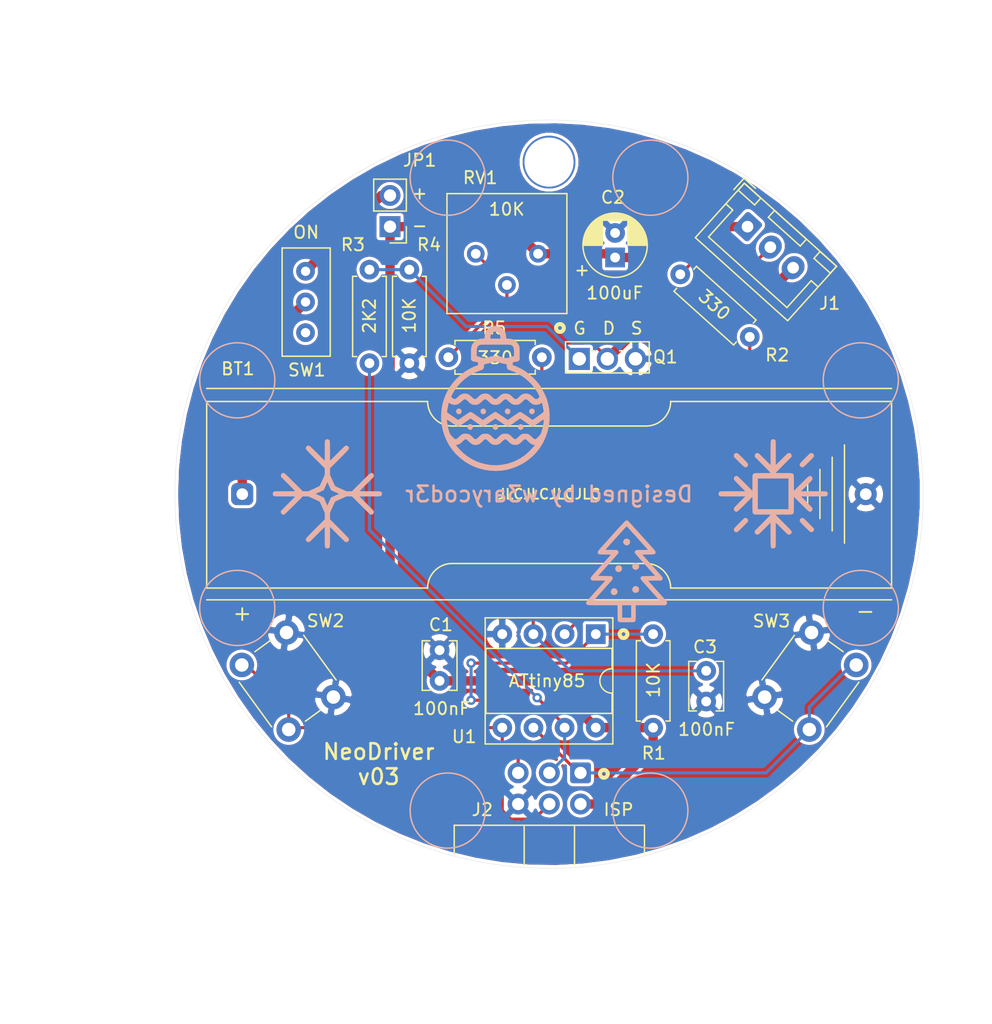
<source format=kicad_pcb>
(kicad_pcb (version 20171130) (host pcbnew "(5.1.10)-1")
  (title_block (title "Neo Driver") (date 2021-03-20) (rev v03) (comment 2 creativecommons.org/licenses/by/4.0) (comment 3 "License: CC BY 4.0") (comment 4 "Author: Garrett Carter"))
  (layers (0 F.Cu signal) (31 B.Cu signal) (34 B.Paste user hide) (35 F.Paste user hide) (36 B.SilkS user) (37 F.SilkS user) (38 B.Mask user hide) (39 F.Mask user hide) (44 Edge.Cuts user))
  (net 0 "")
  (net 1 GND)
  (net 2 "Net-(BT1-Pad1)")
  (net 3 VCC)
  (net 4 "Net-(J1-Pad2)")
  (net 5 /MISO)
  (net 6 /SCK)
  (net 7 /MOSI)
  (net 8 /~RST)
  (net 9 "Net-(JP1-Pad2)")
  (net 10 "Net-(R2-Pad2)")
  (net 11 "Net-(SW1-Pad1)")
  (net 12 "Net-(Q1-Pad1)")
  (net 13 "Net-(C3-Pad2)")
  (net 14 /SW_GND)
  (net 15 "Net-(R5-Pad1)")
  (module Neo_Driver:LiFePO4wered_USB_Slim (layer F.Cu) (at 106.4514 93.345 180)
    (fp_text reference BT1 (at 0.3556 10.2108) (layer F.SilkS))
    (fp_text value 3.3V)
    (fp_text user - (at -50.7746 -9.4996) (layer F.SilkS) (effects (font (size 1.27 1.27))))
    (fp_text user + (at 0 -9.6774) (layer F.SilkS) (effects (font (size 1.27 1.27))))
    (pad 1 thru_hole roundrect (at 0 0 180) (size 1.8 1.8) (drill 0.95) (layers *.Cu *.Mask) (net 2 "Net-(BT1-Pad1)"))
    (pad 2 thru_hole circle (at -50.8 0 180) (size 1.8 1.8) (drill 0.95) (layers *.Cu *.Mask) (net 1 GND))
  )
  (module Neo_Driver:ornament_1 (layer B.Cu) (at 127.07366 85.5472 180)
    (fp_text reference G*** hide)
    (fp_text value LOGO hide)
  )
  (module Neo_Driver:xmas_tree_1 (layer B.Cu) (at 137.7696 99.6696 180)
    (fp_text reference G*** hide)
    (fp_text value LOGO hide)
  )
  (module Neo_Driver:snowflake_6 (layer B.Cu) (at 149.7076 93.3196)
    (fp_text reference G*** hide)
    (fp_text value LOGO hide)
  )
  (module Neo_Driver:snowflake_8 (layer B.Cu) (at 113.3856 93.3196)
    (fp_text reference G*** hide)
    (fp_text value LOGO hide)
  )
  (module Connector_IDC:IDC-Header_2x03_P2.54mm_Horizontal (layer F.Cu) (at 134.0104 116.0526 270)
    (fp_text reference J2 (at 2.9972 8.001 180) (layer F.SilkS))
    (fp_text value ISP (at 2.9972 -3.0988 180) (layer F.SilkS))
    (pad 6 thru_hole circle (at 2.54 5.08 270) (size 1.7 1.7) (drill 1) (layers *.Cu *.Mask) (net 1 GND))
    (pad 4 thru_hole circle (at 2.54 2.54 270) (size 1.7 1.7) (drill 1) (layers *.Cu *.Mask) (net 7 /MOSI))
    (pad 2 thru_hole circle (at 2.54 0 270) (size 1.7 1.7) (drill 1) (layers *.Cu *.Mask) (net 3 VCC))
    (pad 5 thru_hole circle (at 0 5.08 270) (size 1.7 1.7) (drill 1) (layers *.Cu *.Mask) (net 8 /~RST))
    (pad 3 thru_hole circle (at 0 2.54 270) (size 1.7 1.7) (drill 1) (layers *.Cu *.Mask) (net 6 /SCK))
    (pad 1 thru_hole roundrect (at 0 0 270) (size 1.7 1.7) (drill 1) (layers *.Cu *.Mask) (roundrect_rratio 0.1470588235294118) (net 5 /MISO))
  )
  (module Capacitor_THT:CP_Radial_D5.0mm_P2.00mm (layer F.Cu) (at 136.8298 74.0664 90)
    (fp_text reference C2 (at 4.9022 -0.1778) (layer F.SilkS))
    (fp_text value 100uF (at -2.8956 -0.0254) (layer F.SilkS))
    (pad 2 thru_hole circle (at 2 0 90) (size 1.6 1.6) (drill 0.8) (layers *.Cu *.Mask) (net 1 GND))
    (pad 1 thru_hole rect (at 0 0 90) (size 1.6 1.6) (drill 0.8) (layers *.Cu *.Mask) (net 3 VCC))
  )
  (module Neo_Driver:Rub_Foot_Small (layer B.Cu) (at 139.7 119.126)
    (fp_text reference REF**)
    (fp_text value Rub_Foot_Small)
  )
  (module Neo_Driver:Rub_Foot_Small (layer B.Cu) (at 123.19 119.126)
    (fp_text reference REF**)
    (fp_text value Rub_Foot_Small)
  )
  (module Neo_Driver:Rub_Foot_Small (layer B.Cu) (at 139.7 67.564)
    (fp_text reference REF**)
    (fp_text value Rub_Foot_Small)
  )
  (module Neo_Driver:Rub_Foot_Small (layer B.Cu) (at 123.19 67.564)
    (fp_text reference REF**)
    (fp_text value Rub_Foot_Small)
  )
  (module Neo_Driver:Rub_Foot_Small (layer B.Cu) (at 156.845 84.074)
    (fp_text reference REF**)
    (fp_text value Rub_Foot_Small)
  )
  (module Neo_Driver:Rub_Foot_Small (layer B.Cu) (at 106.045 84.074)
    (fp_text reference REF**)
    (fp_text value Rub_Foot_Small)
  )
  (module Neo_Driver:Rub_Foot_Small (layer B.Cu) (at 156.845 102.616)
    (fp_text reference REF**)
    (fp_text value Rub_Foot_Small)
  )
  (module Neo_Driver:Rub_Foot_Small (layer B.Cu) (at 106.045 102.616)
    (fp_text reference REF**)
    (fp_text value Rub_Foot_Small)
  )
  (module Resistor_THT:R_Axial_DIN0207_L6.3mm_D2.5mm_P7.62mm_Horizontal (layer F.Cu) (at 120.0658 82.677 90)
    (fp_text reference R4 (at 9.652 1.6002 180) (layer F.SilkS))
    (fp_text value 10K (at 3.8862 0 90) (layer F.SilkS))
    (pad 2 thru_hole oval (at 7.62 0 90) (size 1.6 1.6) (drill 0.8) (layers *.Cu *.Mask) (net 12 "Net-(Q1-Pad1)"))
    (pad 1 thru_hole circle (at 0 0 90) (size 1.6 1.6) (drill 0.8) (layers *.Cu *.Mask) (net 1 GND))
  )
  (module Resistor_THT:R_Axial_DIN0207_L6.3mm_D2.5mm_P7.62mm_Horizontal (layer F.Cu) (at 116.8146 75.057 270)
    (fp_text reference R3 (at -2.032 1.3462 180) (layer F.SilkS))
    (fp_text value 2K2 (at 3.7592 0 90) (layer F.SilkS))
    (pad 1 thru_hole circle (at 0 0 270) (size 1.6 1.6) (drill 0.8) (layers *.Cu *.Mask) (net 12 "Net-(Q1-Pad1)"))
    (pad 2 thru_hole oval (at 7.62 0 270) (size 1.6 1.6) (drill 0.8) (layers *.Cu *.Mask) (net 6 /SCK))
  )
  (module Package_TO_SOT_THT:TO-251-3_Vertical (layer F.Cu) (at 133.9088 82.3214)
    (fp_text reference Q1 (at 7.0104 -0.1524) (layer F.SilkS))
    (fp_text value IRLU8743PBF)
    (pad 3 thru_hole oval (at 4.58 0) (size 1.7175 1.8) (drill 1.1) (layers *.Cu *.Mask) (net 1 GND))
    (pad 2 thru_hole oval (at 2.29 0) (size 1.7175 1.8) (drill 1.1) (layers *.Cu *.Mask) (net 14 /SW_GND))
    (pad 1 thru_hole rect (at 0 0) (size 1.7175 1.8) (drill 1.1) (layers *.Cu *.Mask) (net 12 "Net-(Q1-Pad1)"))
  )
  (module Neo_Driver:Hang_Hole_Large (layer F.Cu) (at 131.445 66.294)
    (fp_text reference REF** hide)
    (fp_text value Hang_Hole_Large)
    (pad 1 thru_hole circle (at 0 0) (size 4.3 4.3) (drill 4) (layers *.Cu *.Mask))
  )
  (module Capacitor_THT:C_Disc_D3.8mm_W2.6mm_P2.50mm (layer F.Cu) (at 122.5296 108.5596 90)
    (fp_text reference C1 (at 4.572 0.1016) (layer F.SilkS))
    (fp_text value 100nF (at -2.2606 0.1524) (layer F.SilkS))
    (pad 2 thru_hole circle (at 2.5 0 90) (size 1.6 1.6) (drill 0.8) (layers *.Cu *.Mask) (net 1 GND))
    (pad 1 thru_hole circle (at 0 0 90) (size 1.6 1.6) (drill 0.8) (layers *.Cu *.Mask) (net 3 VCC))
  )
  (module Connector_JST:JST_XH_B3B-XH-A_1x03_P2.50mm_Vertical (layer F.Cu) (at 147.61718 71.5518 318)
    (fp_text reference J1 (at 9.151015 0.168441) (layer F.SilkS))
    (fp_text value "TO RING")
    (pad 3 thru_hole oval (at 5 0 318) (size 1.7 1.95) (drill 0.95) (layers *.Cu *.Mask) (net 14 /SW_GND))
    (pad 2 thru_hole oval (at 2.5 0 318) (size 1.7 1.95) (drill 0.95) (layers *.Cu *.Mask) (net 4 "Net-(J1-Pad2)"))
    (pad 1 thru_hole roundrect (at 0 0 318) (size 1.7 1.95) (drill 0.95) (layers *.Cu *.Mask) (roundrect_rratio 0.1470588235294118) (net 3 VCC))
  )
  (module Connector_PinHeader_2.54mm:PinHeader_1x02_P2.54mm_Vertical (layer F.Cu) (at 118.491 71.5518 180)
    (fp_text reference JP1 (at -2.413 5.4102) (layer F.SilkS))
    (fp_text value "CURR MEAS")
    (pad 2 thru_hole oval (at 0 2.54 180) (size 1.7 1.7) (drill 1) (layers *.Cu *.Mask) (net 9 "Net-(JP1-Pad2)"))
    (pad 1 thru_hole rect (at 0 0 180) (size 1.7 1.7) (drill 1) (layers *.Cu *.Mask) (net 3 VCC))
  )
  (module Resistor_THT:R_Axial_DIN0207_L6.3mm_D2.5mm_P7.62mm_Horizontal (layer F.Cu) (at 139.9286 112.3696 90)
    (fp_text reference R1 (at -2.0828 0.0508 180) (layer F.SilkS))
    (fp_text value 10K (at 3.8862 0.0254 90) (layer F.SilkS))
    (pad 2 thru_hole oval (at 7.62 0 90) (size 1.6 1.6) (drill 0.8) (layers *.Cu *.Mask) (net 8 /~RST))
    (pad 1 thru_hole circle (at 0 0 90) (size 1.6 1.6) (drill 0.8) (layers *.Cu *.Mask) (net 3 VCC))
  )
  (module Resistor_THT:R_Axial_DIN0207_L6.3mm_D2.5mm_P7.62mm_Horizontal (layer F.Cu) (at 142.1384 75.438 318)
    (fp_text reference R2 (at 10.272341 -0.396878) (layer F.SilkS))
    (fp_text value 330 (at 3.7338 0 138) (layer F.SilkS))
    (pad 2 thru_hole oval (at 7.62 0 318) (size 1.6 1.6) (drill 0.8) (layers *.Cu *.Mask) (net 10 "Net-(R2-Pad2)"))
    (pad 1 thru_hole circle (at 0 0 318) (size 1.6 1.6) (drill 0.8) (layers *.Cu *.Mask) (net 4 "Net-(J1-Pad2)"))
  )
  (module Potentiometer_THT:Potentiometer_Bourns_3386P_Vertical (layer F.Cu) (at 125.476 73.7616 270)
    (fp_text reference RV1 (at -6.19506 -0.36068 180) (layer F.SilkS))
    (fp_text value 10K (at -3.62458 -2.52984 180) (layer F.SilkS))
    (pad 1 thru_hole circle (at 0 0 270) (size 1.44 1.44) (drill 0.8) (layers *.Cu *.Mask) (net 14 /SW_GND))
    (pad 2 thru_hole circle (at 2.54 -2.54 270) (size 1.44 1.44) (drill 0.8) (layers *.Cu *.Mask) (net 15 "Net-(R5-Pad1)"))
    (pad 3 thru_hole circle (at 0 -5.08 270) (size 1.44 1.44) (drill 0.8) (layers *.Cu *.Mask) (net 3 VCC))
  )
  (module Neo_Driver:SW_Slide_SPDT_8.6x3.7mm_P2.50mm (layer F.Cu) (at 111.6584 77.6986 90)
    (fp_text reference SW1 (at -5.5372 0.0508 180) (layer F.SilkS))
    (fp_text value SPDT)
    (pad 3 thru_hole circle (at 2.51016 -0.0508 90) (size 1.524 1.524) (drill 0.762) (layers *.Cu *.Mask) (net 9 "Net-(JP1-Pad2)"))
    (pad 2 thru_hole circle (at 0.01016 -0.0508 90) (size 1.524 1.524) (drill 0.762) (layers *.Cu *.Mask) (net 2 "Net-(BT1-Pad1)"))
    (pad 1 thru_hole circle (at -2.48984 -0.0508 90) (size 1.524 1.524) (drill 0.762) (layers *.Cu *.Mask) (net 11 "Net-(SW1-Pad1)"))
  )
  (module Button_Switch_THT:SW_PUSH_6mm_H5mm (layer F.Cu) (at 110.236 112.522 126)
    (fp_text reference SW2 (at 5.396642 7.631912) (layer F.SilkS))
    (fp_text value LEFT)
    (pad 2 thru_hole circle (at 0 4.5 216) (size 2 2) (drill 1.1) (layers *.Cu *.Mask) (net 1 GND))
    (pad 1 thru_hole circle (at 0 0 216) (size 2 2) (drill 1.1) (layers *.Cu *.Mask) (net 7 /MOSI))
    (pad 2 thru_hole circle (at 6.5 4.5 216) (size 2 2) (drill 1.1) (layers *.Cu *.Mask) (net 1 GND))
    (pad 1 thru_hole circle (at 6.5 0 216) (size 2 2) (drill 1.1) (layers *.Cu *.Mask) (net 7 /MOSI))
  )
  (module Button_Switch_THT:SW_PUSH_6mm_H5mm (layer F.Cu) (at 156.47416 107.2642 234)
    (fp_text reference SW3 (at 1.166094 7.68939) (layer F.SilkS))
    (fp_text value RIGHT)
    (pad 1 thru_hole circle (at 6.5 0 324) (size 2 2) (drill 1.1) (layers *.Cu *.Mask) (net 5 /MISO))
    (pad 2 thru_hole circle (at 6.5 4.5 324) (size 2 2) (drill 1.1) (layers *.Cu *.Mask) (net 1 GND))
    (pad 1 thru_hole circle (at 0 0 324) (size 2 2) (drill 1.1) (layers *.Cu *.Mask) (net 5 /MISO))
    (pad 2 thru_hole circle (at 0 4.5 324) (size 2 2) (drill 1.1) (layers *.Cu *.Mask) (net 1 GND))
  )
  (module Package_DIP:DIP-8_W7.62mm_Socket (layer F.Cu) (at 135.255 104.7496 270)
    (fp_text reference U1 (at 8.3566 10.7188) (layer F.SilkS))
    (fp_text value ATtiny85 (at 3.81 3.9624) (layer F.SilkS))
    (pad 8 thru_hole oval (at 7.62 0 270) (size 1.6 1.6) (drill 0.8) (layers *.Cu *.Mask) (net 3 VCC))
    (pad 4 thru_hole oval (at 0 7.62 270) (size 1.6 1.6) (drill 0.8) (layers *.Cu *.Mask) (net 1 GND))
    (pad 7 thru_hole oval (at 7.62 2.54 270) (size 1.6 1.6) (drill 0.8) (layers *.Cu *.Mask) (net 6 /SCK))
    (pad 3 thru_hole oval (at 0 5.08 270) (size 1.6 1.6) (drill 0.8) (layers *.Cu *.Mask) (net 13 "Net-(C3-Pad2)"))
    (pad 6 thru_hole oval (at 7.62 5.08 270) (size 1.6 1.6) (drill 0.8) (layers *.Cu *.Mask) (net 5 /MISO))
    (pad 2 thru_hole oval (at 0 2.54 270) (size 1.6 1.6) (drill 0.8) (layers *.Cu *.Mask) (net 10 "Net-(R2-Pad2)"))
    (pad 5 thru_hole oval (at 7.62 7.62 270) (size 1.6 1.6) (drill 0.8) (layers *.Cu *.Mask) (net 7 /MOSI))
    (pad 1 thru_hole rect (at 0 0 270) (size 1.6 1.6) (drill 0.8) (layers *.Cu *.Mask) (net 8 /~RST))
  )
  (module Capacitor_THT:C_Disc_D3.8mm_W2.6mm_P2.50mm (layer F.Cu) (at 144.25168 110.23854 90)
    (fp_text reference C3 (at 4.44754 -0.09652 180) (layer F.SilkS))
    (fp_text value 100nF (at -2.2733 0.03302 180) (layer F.SilkS))
    (pad 1 thru_hole circle (at 0 0 90) (size 1.6 1.6) (drill 0.8) (layers *.Cu *.Mask) (net 1 GND))
    (pad 2 thru_hole circle (at 2.5 0 90) (size 1.6 1.6) (drill 0.8) (layers *.Cu *.Mask) (net 13 "Net-(C3-Pad2)"))
  )
  (module Resistor_THT:R_Axial_DIN0207_L6.3mm_D2.5mm_P7.62mm_Horizontal (layer F.Cu) (at 123.2408 82.1944)
    (fp_text reference R5 (at 3.7465 -2.3876) (layer F.SilkS))
    (fp_text value 330 (at 3.8227 0.0381) (layer F.SilkS))
    (pad 2 thru_hole oval (at 7.62 0) (size 1.6 1.6) (drill 0.8) (layers *.Cu *.Mask) (net 13 "Net-(C3-Pad2)"))
    (pad 1 thru_hole circle (at 0 0) (size 1.6 1.6) (drill 0.8) (layers *.Cu *.Mask) (net 15 "Net-(R5-Pad1)"))
  )
  (gr_circle (center 135.9154 116.1288) (end 136.0678 116.1288) (layer F.SilkS) (width 0.3302))
  (gr_text + (at 134.1374 75.057) (layer F.SilkS) (effects (font (size 1 1))))
  (gr_circle (center 132.334 79.8068) (end 132.4864 79.8068) (layer F.SilkS) (width 0.3302))
  (gr_text S (at 138.5824 79.8322) (layer F.SilkS) (effects (font (size 1 1))))
  (gr_text D (at 136.3218 79.8322) (layer F.SilkS) (effects (font (size 1 1))))
  (gr_text G (at 133.9342 79.8322) (layer F.SilkS) (effects (font (size 1 1))))
  (gr_circle (center 137.5156 104.7496) (end 137.668 104.7496) (layer F.SilkS) (width 0.3302))
  (gr_circle (center 131.445 93.345) (end 161.925 93.345) (layer Edge.Cuts) (width 0.0254))
  (gr_text JLCJLCJLCJLC (at 131.445 93.345) (layer F.SilkS) (effects (font (size 0.8128 0.8128))))
  (gr_text "Designed by w3arycod3r" (at 131.445 93.345) (layer B.SilkS) (effects (font (size 1.27 1.27) (thickness 0.21082)) (justify mirror)))
  (gr_text "NeoDriver\nv03" (at 117.56898 115.3541) (layer F.SilkS) (effects (font (size 1.27 1.27) (thickness 0.21082))))
  (gr_text ON (at 111.6584 72.009) (layer F.SilkS) (effects (font (size 1 1))))
  (gr_text - (at 120.904 71.4502) (layer F.SilkS) (effects (font (size 1 1))))
  (gr_text + (at 120.904 68.8086) (layer F.SilkS) (effects (font (size 1 1))))
  (segment (start 111.6076 77.6986) (end 111.6076 77.68844) (width 0.762) (layer F.Cu) (net 2))
  (segment (start 106.4514 82.8548) (end 111.6076 77.6986) (width 0.762) (layer F.Cu) (net 2))
  (segment (start 106.4514 93.345) (end 106.4514 82.8548) (width 0.762) (layer F.Cu) (net 2))
  (segment (start 122.462002 108.5596) (end 122.5296 108.5596) (width 0.762) (layer F.Cu) (net 3))
  (segment (start 131.445 108.5596) (end 135.255 112.3696) (width 0.762) (layer F.Cu) (net 3))
  (segment (start 122.5296 108.5596) (end 131.445 108.5596) (width 0.762) (layer F.Cu) (net 3))
  (segment (start 135.255 112.3696) (end 139.9286 112.3696) (width 0.762) (layer F.Cu) (net 3))
  (segment (start 136.4742 74.422) (end 136.8298 74.0664) (width 0.762) (layer F.Cu) (net 3))
  (segment (start 135.255 112.3696) (end 135.509 112.6236) (width 0.762) (layer F.Cu) (net 3))
  (segment (start 135.3312 118.5926) (end 134.0104 118.5926) (width 0.762) (layer F.Cu) (net 3))
  (segment (start 139.9286 113.9952) (end 135.3312 118.5926) (width 0.762) (layer F.Cu) (net 3))
  (segment (start 139.9286 112.3696) (end 139.9286 113.9952) (width 0.762) (layer F.Cu) (net 3))
  (segment (start 136.525 73.7616) (end 136.8298 74.0664) (width 0.762) (layer F.Cu) (net 3))
  (segment (start 130.556 73.7616) (end 136.525 73.7616) (width 0.762) (layer F.Cu) (net 3))
  (segment (start 118.491 104.521) (end 122.5296 108.5596) (width 0.762) (layer F.Cu) (net 3))
  (segment (start 140.9064 71.5518) (end 147.61718 71.5518) (width 0.762) (layer F.Cu) (net 3))
  (segment (start 138.3918 74.0664) (end 140.9064 71.5518) (width 0.762) (layer F.Cu) (net 3))
  (segment (start 136.8298 74.0664) (end 138.3918 74.0664) (width 0.762) (layer F.Cu) (net 3))
  (segment (start 128.3462 71.5518) (end 130.556 73.7616) (width 0.762) (layer F.Cu) (net 3))
  (segment (start 118.491 71.5518) (end 118.491 104.521) (width 0.762) (layer F.Cu) (net 3))
  (segment (start 118.491 71.5518) (end 128.3462 71.5518) (width 0.762) (layer F.Cu) (net 3))
  (segment (start 143.1798 74.3966) (end 142.1384 75.438) (width 0.254) (layer F.Cu) (net 4))
  (segment (start 148.303069 74.3966) (end 143.1798 74.3966) (width 0.254) (layer F.Cu) (net 4))
  (segment (start 149.475042 73.224627) (end 148.303069 74.3966) (width 0.254) (layer F.Cu) (net 4))
  (segment (start 133.858 116.0526) (end 134.0104 116.0526) (width 0.254) (layer F.Cu) (net 5))
  (segment (start 130.175 112.3696) (end 133.858 116.0526) (width 0.254) (layer F.Cu) (net 5))
  (segment (start 149.123766 116.0526) (end 152.653556 112.52281) (width 0.254) (layer B.Cu) (net 5))
  (segment (start 134.0104 116.0526) (end 149.123766 116.0526) (width 0.254) (layer B.Cu) (net 5))
  (segment (start 156.08808 107.2642) (end 156.47416 107.2642) (width 0.254) (layer B.Cu) (net 5))
  (segment (start 152.653556 110.698724) (end 156.08808 107.2642) (width 0.254) (layer B.Cu) (net 5))
  (segment (start 152.653556 112.52281) (end 152.653556 110.698724) (width 0.254) (layer B.Cu) (net 5))
  (segment (start 132.726801 112.381401) (end 132.715 112.3696) (width 0.254) (layer F.Cu) (net 6))
  (segment (start 116.8146 96.266) (end 130.4798 109.9312) (width 0.254) (layer B.Cu) (net 6))
  (via (at 130.4798 109.9312) (size 0.762) (drill 0.381) (layers F.Cu B.Cu) (net 6))
  (segment (start 116.8146 82.677) (end 116.8146 96.266) (width 0.254) (layer B.Cu) (net 6))
  (segment (start 132.715 112.1664) (end 132.715 112.3696) (width 0.254) (layer F.Cu) (net 6))
  (segment (start 130.4798 109.9312) (end 132.715 112.1664) (width 0.254) (layer F.Cu) (net 6))
  (segment (start 132.715 114.808) (end 131.4704 116.0526) (width 0.254) (layer B.Cu) (net 6))
  (segment (start 132.715 112.3696) (end 132.715 114.808) (width 0.254) (layer B.Cu) (net 6))
  (segment (start 127.6096 112.3442) (end 127.635 112.3696) (width 0.254) (layer B.Cu) (net 7))
  (segment (start 130.239399 119.823601) (end 131.4704 118.5926) (width 0.254) (layer F.Cu) (net 7))
  (segment (start 128.339519 119.823601) (end 130.239399 119.823601) (width 0.254) (layer F.Cu) (net 7))
  (segment (start 127.635 119.119082) (end 128.339519 119.823601) (width 0.254) (layer F.Cu) (net 7))
  (segment (start 127.635 112.3696) (end 127.635 119.119082) (width 0.254) (layer F.Cu) (net 7))
  (segment (start 110.3884 112.3696) (end 110.236 112.522) (width 0.254) (layer F.Cu) (net 7))
  (segment (start 127.635 112.3696) (end 110.3884 112.3696) (width 0.254) (layer F.Cu) (net 7))
  (segment (start 106.79349 107.26339) (end 106.415396 107.26339) (width 0.254) (layer F.Cu) (net 7))
  (segment (start 110.236 110.7059) (end 106.79349 107.26339) (width 0.254) (layer F.Cu) (net 7))
  (segment (start 110.236 112.522) (end 110.236 110.7059) (width 0.254) (layer F.Cu) (net 7))
  (segment (start 135.255 104.7496) (end 139.9286 104.7496) (width 0.254) (layer B.Cu) (net 8))
  (segment (start 128.816001 115.938201) (end 128.9304 116.0526) (width 0.254) (layer B.Cu) (net 8))
  (via (at 125.095 110.134402) (size 0.762) (drill 0.381) (layers F.Cu B.Cu) (net 8))
  (segment (start 128.9304 116.0526) (end 128.9304 111.917118) (width 0.254) (layer F.Cu) (net 8))
  (segment (start 128.9304 111.917118) (end 127.147684 110.134402) (width 0.254) (layer F.Cu) (net 8))
  (segment (start 127.147684 110.134402) (end 125.095 110.134402) (width 0.254) (layer F.Cu) (net 8))
  (via (at 125.095002 107.1118) (size 0.762) (drill 0.381) (layers F.Cu B.Cu) (net 8))
  (segment (start 125.095 110.134402) (end 125.095 107.111802) (width 0.254) (layer B.Cu) (net 8))
  (segment (start 125.095 107.111802) (end 125.095002 107.1118) (width 0.254) (layer B.Cu) (net 8))
  (segment (start 135.255 104.7496) (end 132.8928 107.1118) (width 0.254) (layer F.Cu) (net 8))
  (segment (start 132.8928 107.1118) (end 125.095002 107.1118) (width 0.254) (layer F.Cu) (net 8))
  (segment (start 117.78424 69.0118) (end 118.491 69.0118) (width 0.762) (layer F.Cu) (net 9))
  (segment (start 111.6076 75.18844) (end 117.78424 69.0118) (width 0.762) (layer F.Cu) (net 9))
  (segment (start 147.801164 89.663436) (end 132.715 104.7496) (width 0.254) (layer F.Cu) (net 10))
  (segment (start 147.801164 80.536775) (end 147.801164 89.663436) (width 0.254) (layer F.Cu) (net 10))
  (segment (start 116.8146 75.057) (end 120.0658 75.057) (width 0.254) (layer B.Cu) (net 12))
  (segment (start 131.27482 79.68742) (end 133.9088 82.3214) (width 0.254) (layer B.Cu) (net 12))
  (segment (start 124.69622 79.68742) (end 131.27482 79.68742) (width 0.254) (layer B.Cu) (net 12))
  (segment (start 120.0658 75.057) (end 124.69622 79.68742) (width 0.254) (layer B.Cu) (net 12))
  (segment (start 130.15468 104.72928) (end 130.175 104.7496) (width 0.254) (layer F.Cu) (net 13))
  (segment (start 130.15468 94.28988) (end 130.15468 104.72928) (width 0.254) (layer F.Cu) (net 13))
  (segment (start 130.8608 93.58376) (end 130.15468 94.28988) (width 0.254) (layer F.Cu) (net 13))
  (segment (start 130.8608 82.1944) (end 130.8608 93.58376) (width 0.254) (layer F.Cu) (net 13))
  (segment (start 133.16394 107.73854) (end 130.175 104.7496) (width 0.254) (layer B.Cu) (net 13))
  (segment (start 144.25168 107.73854) (end 133.16394 107.73854) (width 0.254) (layer B.Cu) (net 13))
  (segment (start 136.1988 82.24666) (end 136.1988 82.3214) (width 0.254) (layer F.Cu) (net 14))
  (segment (start 128.814741 74.862601) (end 136.1988 82.24666) (width 0.254) (layer F.Cu) (net 14))
  (segment (start 126.577001 74.862601) (end 128.814741 74.862601) (width 0.254) (layer F.Cu) (net 14))
  (segment (start 125.476 73.7616) (end 126.577001 74.862601) (width 0.254) (layer F.Cu) (net 14))
  (segment (start 148.201557 78.0288) (end 151.332904 74.897453) (width 0.762) (layer F.Cu) (net 14))
  (segment (start 140.4914 78.0288) (end 148.201557 78.0288) (width 0.762) (layer F.Cu) (net 14))
  (segment (start 136.1988 82.3214) (end 140.4914 78.0288) (width 0.762) (layer F.Cu) (net 14))
  (segment (start 128.016 77.4192) (end 123.2408 82.1944) (width 0.254) (layer F.Cu) (net 15))
  (segment (start 128.016 76.3016) (end 128.016 77.4192) (width 0.254) (layer F.Cu) (net 15))
  (zone (net 1) (net_name GND) (layer F.Cu) (connect_pads (clearance 0.254)) (min_thickness 0.254) (fill yes (arc_segments 32) (thermal_gap 0.508) (thermal_bridge_width 0.508))
    (polygon (pts (xy 164.3126 57.4294) (xy 164.846 132.1308) (xy 97.8408 131.8514) (xy 98.2472 57.15)))
  )
  (zone (net 1) (net_name GND) (layer B.Cu) (connect_pads (clearance 0.254)) (min_thickness 0.254) (fill yes (arc_segments 32) (thermal_gap 0.508) (thermal_bridge_width 0.508))
    (polygon (pts (xy 167.4114 136.525) (xy 94.3356 136.398) (xy 95.1484 53.2638) (xy 167.5384 53.086)))
  )
)
</source>
